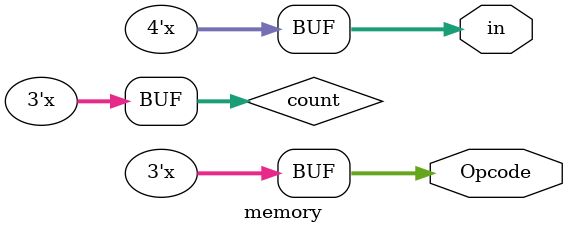
<source format=v>
module memory (Opcode, in);

	reg [2:0] count;
	output reg [2:0] Opcode;
	output reg [3:0] in;
	
	initial begin
		count <= 3'd0;
	end
	
	always @ (*) begin
		count <= count + 1;
		case(count)
			3'd0: begin
				Opcode = 3'b000;
				in = 4'd2;
			end
			3'd1: begin
				Opcode = 3'b001;
				in = 4'd1;
			end
			3'd2: begin
				Opcode = 3'b010;
			end
			3'd3: begin
				Opcode = 3'b011;
			end
			3'd4 : begin
				Opcode = 3'b100;
			end
			3'd5 : begin
				Opcode = 3'b101;
			end
		endcase
	end
endmodule

	
	
</source>
